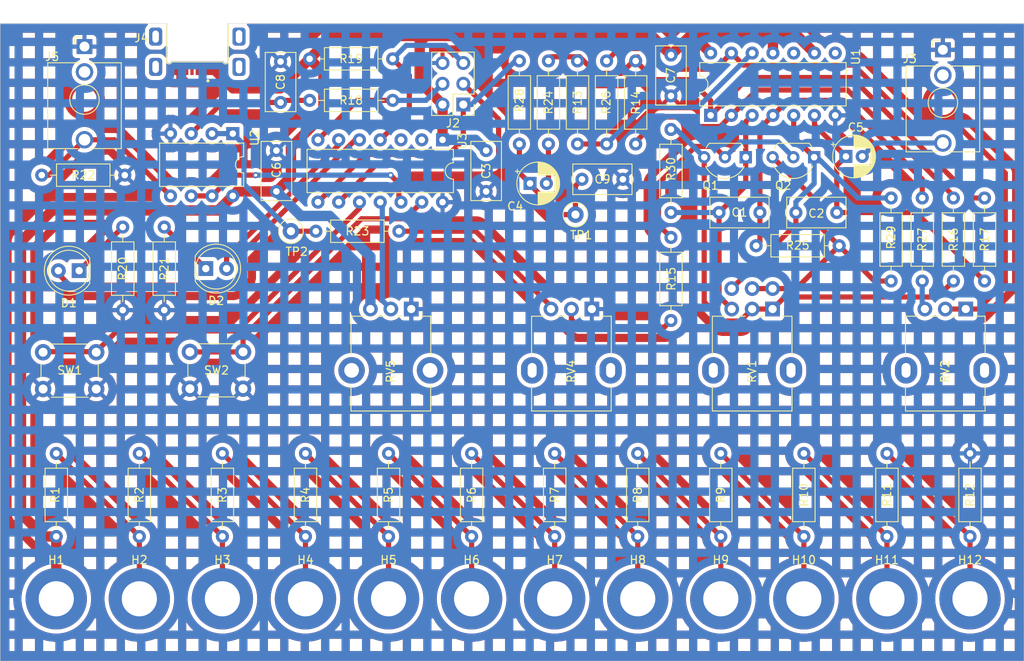
<source format=kicad_pcb>
(kicad_pcb (version 20221018) (generator pcbnew)
  (title_block (date "2023-07-19") (rev "rev02") (comment 2 "creativecommons.org/licenses/by/4.0") (comment 3 "License: CC BY 4.0") (comment 4 "Author: Bristol Communal Modular"))
  (layers (0 "F.Cu" signal) (31 "B.Cu" signal) (36 "B.SilkS" user "B.Silkscreen") (37 "F.SilkS" user "F.Silkscreen") (38 "B.Mask" user) (39 "F.Mask" user) (44 "Edge.Cuts" user))
  (net 0 "")
  (net 1 "Net-(Q1-D)")
  (net 2 "Net-(Q2-S)")
  (net 3 "Net-(Q2-D)")
  (net 4 "Net-(C2-Pad2)")
  (net 5 "VCC")
  (net 6 "GND")
  (net 7 "Net-(C1-Pad2)")
  (net 8 "Net-(C4-Pad2)")
  (net 9 "Net-(C5-Pad2)")
  (net 10 "Net-(D1-K)")
  (net 11 "/MCU_DOUT2")
  (net 12 "Net-(D2-K)")
  (net 13 "/MCU_DOUT1")
  (net 14 "Net-(H2-Pad1)")
  (net 15 "Net-(H3-Pad1)")
  (net 16 "Net-(H4-Pad1)")
  (net 17 "Net-(H5-Pad1)")
  (net 18 "Net-(H6-Pad1)")
  (net 19 "Net-(H7-Pad1)")
  (net 20 "Net-(H8-Pad1)")
  (net 21 "Net-(H9-Pad1)")
  (net 22 "Net-(H10-Pad1)")
  (net 23 "Net-(H11-Pad1)")
  (net 24 "Net-(H12-Pad1)")
  (net 25 "/MCU_SCK")
  (net 26 "/MCU_RESET")
  (net 28 "Net-(U2B-+)")
  (net 30 "Net-(Q1-G)")
  (net 31 "Net-(Q1-S)")
  (net 32 "Net-(R13-Pad2)")
  (net 33 "Net-(C4-Pad1)")
  (net 34 "Net-(R15-Pad1)")
  (net 35 "Net-(U2A-+)")
  (net 36 "/MCU_MOSI")
  (net 37 "/MCU_MISO")
  (net 39 "Net-(U2A--)")
  (net 42 "Net-(R13-Pad1)")
  (net 43 "/MCU_ADC_2")
  (net 44 "/MCU_DIN2")
  (net 45 "/MCU_DIN1")
  (net 48 "/MCU_ADC_1")
  (net 51 "Net-(R14-Pad2)")
  (net 52 "Net-(R23-Pad2)")
  (net 53 "Net-(R26-Pad1)")
  (net 54 "Net-(R27-Pad2)")
  (footprint "MountingHole:MountingHole_4.3mm_M4_DIN965_Pad" (layer "F.Cu") (at 104.14 142.24)
    (fp_text reference "H4")
    (fp_text value "NotePad")
  )
  (footprint "MountingHole:MountingHole_4.3mm_M4_DIN965_Pad" (layer "F.Cu") (at 134.62 142.24)
    (fp_text reference "H7")
    (fp_text value "NotePad")
  )
  (footprint "MountingHole:MountingHole_4.3mm_M4_DIN965_Pad" (layer "F.Cu") (at 83.82 142.24)
    (fp_text reference "H2")
    (fp_text value "NotePad")
  )
  (footprint "Button_Switch_THT:SW_PUSH_6mm" (layer "F.Cu") (at 72.047 112.086)
    (fp_text reference "SW1")
    (fp_text value "SW_Push")
  )
  (footprint "Connector_Audio:Jack_3.5mm_QingPu_WQP-PJ398SM_Vertical_CircularHoles" (layer "F.Cu") (at 77.111007 74.698525)
    (fp_text reference "J5")
    (fp_text value "AudioJack2_SwitchT" hide)
  )
  (footprint "Package_TO_SOT_THT:TO-92L_Inline_Wide" (layer "F.Cu") (at 157.988 88.232 180)
    (fp_text reference "Q1")
    (fp_text value "J113")
  )
  (footprint "Resistor_THT:R_Axial_DIN0207_L6.3mm_D2.5mm_P10.16mm_Horizontal" (layer "F.Cu") (at 159.258 99.06)
    (fp_text reference "R25")
    (fp_text value "1k")
  )
  (footprint "Resistor_THT:R_Axial_DIN0207_L6.3mm_D2.5mm_P10.16mm_Horizontal" (layer "F.Cu") (at 183.388 93.218 -90)
    (fp_text reference "R16")
    (fp_text value "1k")
  )
  (footprint "Capacitor_THT:C_Rect_L7.0mm_W3.5mm_P5.00mm" (layer "F.Cu") (at 126.238 87.416 -90)
    (fp_text reference "C3")
    (fp_text value "100nF")
  )
  (footprint "Resistor_THT:R_Axial_DIN0207_L6.3mm_D2.5mm_P10.16mm_Horizontal" (layer "F.Cu") (at 82.042 90.424 180)
    (fp_text reference "R22")
    (fp_text value "100k")
  )
  (footprint "Resistor_THT:R_Axial_DIN0207_L6.3mm_D2.5mm_P10.16mm_Horizontal" (layer "F.Cu") (at 175.26 134.62 90)
    (fp_text reference "R11")
    (fp_text value "10k")
  )
  (footprint "MountingHole:MountingHole_4.3mm_M4_DIN965_Pad" (layer "F.Cu") (at 144.78 142.24)
    (fp_text reference "H8")
    (fp_text value "NotePad")
  )
  (footprint "LED_THT:LED_D5.0mm" (layer "F.Cu") (at 76.459 102.108 180)
    (fp_text reference "D1")
    (fp_text value "LED")
  )
  (footprint "Resistor_THT:R_Axial_DIN0207_L6.3mm_D2.5mm_P10.16mm_Horizontal" (layer "F.Cu") (at 144.526 76.454 -90)
    (fp_text reference "R14")
    (fp_text value "100k")
  )
  (footprint "Capacitor_THT:CP_Radial_D5.0mm_P2.00mm" (layer "F.Cu") (at 170.240888 88.138)
    (fp_text reference "C5")
    (fp_text value "10uF")
  )
  (footprint "MountingHole:MountingHole_4.3mm_M4_DIN965_Pad" (layer "F.Cu") (at 165.1 142.24)
    (fp_text reference "H10")
    (fp_text value "NotePad")
  )
  (footprint "Resistor_THT:R_Axial_DIN0207_L6.3mm_D2.5mm_P10.16mm_Horizontal" (layer "F.Cu") (at 93.98 134.62 90)
    (fp_text reference "R3")
    (fp_text value "10k")
  )
  (footprint "Resistor_THT:R_Axial_DIN0207_L6.3mm_D2.5mm_P10.16mm_Horizontal" (layer "F.Cu") (at 104.648 76.2)
    (fp_text reference "R19")
    (fp_text value "100k")
  )
  (footprint "MountingHole:MountingHole_4.3mm_M4_DIN965_Pad" (layer "F.Cu") (at 73.66 142.24)
    (fp_text reference "H1")
    (fp_text value "NotePad")
  )
  (footprint "Resistor_THT:R_Axial_DIN0207_L6.3mm_D2.5mm_P10.16mm_Horizontal" (layer "F.Cu") (at 165.1 134.62 90)
    (fp_text reference "R10")
    (fp_text value "10k")
  )
  (footprint "Resistor_THT:R_Axial_DIN0207_L6.3mm_D2.5mm_P10.16mm_Horizontal" (layer "F.Cu") (at 104.648 81.28)
    (fp_text reference "R18")
    (fp_text value "10k")
  )
  (footprint "Capacitor_THT:CP_Radial_D5.0mm_P2.00mm" (layer "F.Cu") (at 131.604 91.44)
    (fp_text reference "C4")
    (fp_text value "10uF")
  )
  (footprint "Resistor_THT:R_Axial_DIN0207_L6.3mm_D2.5mm_P10.16mm_Horizontal" (layer "F.Cu") (at 83.82 134.62 90)
    (fp_text reference "R2")
    (fp_text value "10k")
  )
  (footprint "MountingHole:MountingHole_4.3mm_M4_DIN965_Pad" (layer "F.Cu") (at 114.3 142.24)
    (fp_text reference "H5")
    (fp_text value "NotePad")
  )
  (footprint "Resistor_THT:R_Axial_DIN0207_L6.3mm_D2.5mm_P10.16mm_Horizontal" (layer "F.Cu") (at 185.42 134.62 90)
    (fp_text reference "R12")
    (fp_text value "10k")
  )
  (footprint "Resistor_THT:R_Axial_DIN0207_L6.3mm_D2.5mm_P10.16mm_Horizontal" (layer "F.Cu") (at 86.868 96.774 -90)
    (fp_text reference "R21")
    (fp_text value "2k2")
  )
  (footprint "Resistor_THT:R_Axial_DIN0207_L6.3mm_D2.5mm_P10.16mm_Horizontal" (layer "F.Cu") (at 137.414 86.614 90)
    (fp_text reference "R13")
    (fp_text value "100k")
  )
  (footprint "Button_Switch_THT:SW_PUSH_6mm" (layer "F.Cu") (at 90.006 112.046)
    (fp_text reference "SW2")
    (fp_text value "SW_Push")
  )
  (footprint "Potentiometer_THT:Potentiometer_Alpha_RD901F-40-00D_Single_Vertical_CircularHoles" (layer "F.Cu") (at 117.08 106.8 -90)
    (fp_text reference "RV5")
    (fp_text value "100k")
  )
  (footprint "Resistor_THT:R_Axial_DIN0207_L6.3mm_D2.5mm_P10.16mm_Horizontal" (layer "F.Cu") (at 124.46 134.62 90)
    (fp_text reference "R6")
    (fp_text value "10k")
  )
  (footprint "Capacitor_THT:C_Rect_L7.0mm_W3.5mm_P5.00mm" (layer "F.Cu") (at 148.844 75.732 -90)
    (fp_text reference "C7")
    (fp_text value "100nF")
  )
  (footprint "Connector_Audio:Jack_3.5mm_QingPu_WQP-PJ398SM_Vertical_CircularHoles" (layer "F.Cu") (at 182.104 75.092)
    (fp_text reference "J3")
    (fp_text value "AudioJack2_SwitchT" hide)
  )
  (footprint "Package_DIP:DIP-8_W7.62mm" (layer "F.Cu") (at 95.25 85.344 -90)
    (fp_text reference "U2")
    (fp_text value "MCP602")
  )
  (footprint "Package_DIP:DIP-14_W7.62mm" (layer "F.Cu") (at 120.904 86.106 -90)
    (fp_text reference "U3")
    (fp_text value "ATtiny84V-10P")
  )
  (footprint "Package_TO_SOT_THT:TO-92L_Inline_Wide" (layer "F.Cu") (at 166.356 88.232 180)
    (fp_text reference "Q2")
    (fp_text value "J113")
  )
  (footprint "TestPoint:TestPoint_Loop_D2.50mm_Drill1.0mm_LowProfile" (layer "F.Cu") (at 137.16 95.25)
    (fp_text reference "TP1")
    (fp_text value "OSC Test Point")
  )
  (footprint "Potentiometer_THT:Potentiometer_Alpha_RD902F-40-00D_Dual_Vertical" (layer "F.Cu") (at 161.276 106.8 -90)
    (fp_text reference "RV1")
    (fp_text value "100k")
  )
  (footprint "Resistor_THT:R_Axial_DIN0207_L6.3mm_D2.5mm_P10.16mm_Horizontal" (layer "F.Cu") (at 104.14 134.62 90)
    (fp_text reference "R4")
    (fp_text value "10k")
  )
  (footprint "USBPower:AMPHENOL_10103593-0001LF" (layer "F.Cu") (at 90.912 73.4822 180)
    (fp_text reference "J4")
    (fp_text value "USB_B_Micro")
    (fp_line (start -3.7 1.6) (end -3.7 -3) (stroke (width 0.05)) (layer "Edge.Cuts"))
    (fp_line (start -3.2 -3) (end 3.2 -3) (stroke (width 0.05)) (layer "Edge.Cuts"))
    (fp_line (start 3.7 -3) (end 3.7 1.6) (stroke (width 0.05)) (layer "Edge.Cuts"))
    (fp_arc (start -3.7 -3) (mid -3.45 -3.25) (end -3.2 -3) (stroke (width 0.05)) (layer "Edge.Cuts"))
    (fp_arc (start 3.2 -3) (mid 3.45 -3.25) (end 3.7 -3) (stroke (width 0.05)) (layer "Edge.Cuts"))
  )
  (footprint "Resistor_THT:R_Axial_DIN0207_L6.3mm_D2.5mm_P10.16mm_Horizontal" (layer "F.Cu") (at 134.62 134.62 90)
    (fp_text reference "R7")
    (fp_text value "10k")
  )
  (footprint "MountingHole:MountingHole_4.3mm_M4_DIN965_Pad" (layer "F.Cu") (at 154.94 142.24)
    (fp_text reference "H9")
    (fp_text value "NotePad")
  )
  (footprint "Resistor_THT:R_Axial_DIN0207_L6.3mm_D2.5mm_P10.16mm_Horizontal" (layer "F.Cu") (at 114.3 134.62 90)
    (fp_text reference "R5")
    (fp_text value "10k")
  )
  (footprint "Potentiometer_THT:Potentiometer_Alpha_RD901F-40-00D_Single_Vertical" (layer "F.Cu") (at 184.898 106.8 -90)
    (fp_text reference "RV2")
    (fp_text value "100k")
  )
  (footprint "Resistor_THT:R_Axial_DIN0207_L6.3mm_D2.5mm_P10.16mm_Horizontal" (layer "F.Cu") (at 73.66 134.62 90)
    (fp_text reference "R1")
    (fp_text value "10k")
  )
  (footprint "Resistor_THT:R_Axial_DIN0207_L6.3mm_D2.5mm_P10.16mm_Horizontal" (layer "F.Cu") (at 148.844 108.204 90)
    (fp_text reference "R15")
    (fp_text value "10k")
  )
  (footprint "Resistor_THT:R_Axial_DIN0207_L6.3mm_D2.5mm_P10.16mm_Horizontal" (layer "F.Cu") (at 130.302 86.614 90)
    (fp_text reference "R28")
    (fp_text value "100k")
  )
  (footprint "MountingHole:MountingHole_4.3mm_M4_DIN965_Pad" (layer "F.Cu") (at 175.26 142.24)
    (fp_text reference "H11")
    (fp_text value "NotePad")
  )
  (footprint "Resistor_THT:R_Axial_DIN0207_L6.3mm_D2.5mm_P10.16mm_Horizontal" (layer "F.Cu") (at 105.41 97.282)
    (fp_text reference "R23")
    (fp_text value "100k")
  )
  (footprint "Resistor_THT:R_Axial_DIN0207_L6.3mm_D2.5mm_P10.16mm_Horizontal" (layer "F.Cu") (at 148.844 94.996 90)
    (fp_text reference "R30")
    (fp_text value "100k")
  )
  (footprint "Capacitor_THT:C_Rect_L7.0mm_W3.5mm_P5.00mm" (layer "F.Cu") (at 142.962 90.932 180)
    (fp_text reference "C9")
    (fp_text value "100pF")
  )
  (footprint "Resistor_THT:R_Axial_DIN0207_L6.3mm_D2.5mm_P10.16mm_Horizontal" (layer "F.Cu") (at 175.768 93.218 -90)
    (fp_text reference "R29")
    (fp_text value "100k")
  )
  (footprint "Resistor_THT:R_Axial_DIN0207_L6.3mm_D2.5mm_P10.16mm_Horizontal" (layer "F.Cu") (at 144.78 134.62 90)
    (fp_text reference "R8")
    (fp_text value "10k")
  )
  (footprint "LED_THT:LED_D5.0mm" (layer "F.Cu") (at 91.948 101.854)
    (fp_text reference "D2")
    (fp_text value "LED")
  )
  (footprint "MountingHole:MountingHole_4.3mm_M4_DIN965_Pad" (layer "F.Cu") (at 93.98 142.24)
    (fp_text reference "H3")
    (fp_text value "NotePad")
  )
  (footprint "MountingHole:MountingHole_4.3mm_M4_DIN965_Pad" (layer "F.Cu") (at 185.42 142.24)
    (fp_text reference "H12")
    (fp_text value "NotePad")
  )
  (footprint "Capacitor_THT:C_Rect_L7.0mm_W3.5mm_P5.00mm" (layer "F.Cu") (at 164.124 94.996)
    (fp_text reference "C2")
    (fp_text value "220nF")
  )
  (footprint "Resistor_THT:R_Axial_DIN0207_L6.3mm_D2.5mm_P10.16mm_Horizontal" (layer "F.Cu") (at 187.198 103.378 90)
    (fp_text reference "R17")
    (fp_text value "100k")
  )
  (footprint "TestPoint:TestPoint_Loop_D2.50mm_Drill1.0mm_LowProfile" (layer "F.Cu") (at 102.362 97.282)
    (fp_text reference "TP2")
    (fp_text value "LFO Test Point")
  )
  (footprint "Package_DIP:DIP-14_W7.62mm" (layer "F.Cu") (at 153.696 83.112 90)
    (fp_text reference "U1")
    (fp_text value "4069")
  )
  (footprint "Resistor_THT:R_Axial_DIN0207_L6.3mm_D2.5mm_P10.16mm_Horizontal" (layer "F.Cu") (at 81.788 96.774 -90)
    (fp_text reference "R20")
    (fp_text value "2k2")
  )
  (footprint "MountingHole:MountingHole_4.3mm_M4_DIN965_Pad" (layer "F.Cu") (at 124.46 142.24)
    (fp_text reference "H6")
    (fp_text value "NotePad")
  )
  (footprint "Resistor_THT:R_Axial_DIN0207_L6.3mm_D2.5mm_P10.16mm_Horizontal" (layer "F.Cu") (at 154.94 134.62 90)
    (fp_text reference "R9")
    (fp_text value "10k")
  )
  (footprint "Potentiometer_THT:Potentiometer_Alpha_RD901F-40-00D_Single_Vertical" (layer "F.Cu") (at 139.164 106.8 -90)
    (fp_text reference "RV4")
    (fp_text value "100k")
  )
  (footprint "Capacitor_THT:C_Rect_L7.0mm_W3.5mm_P5.00mm" (layer "F.Cu") (at 100.584 92.416 90)
    (fp_text reference "C6")
    (fp_text value "100nF" hide)
  )
  (footprint "Connector_PinHeader_2.54mm:PinHeader_2x03_P2.54mm_Vertical" (layer "F.Cu") (at 123.444 81.788 180)
    (fp_text reference "J2")
    (fp_text value "AVR-ISP-6")
  )
  (footprint "Resistor_THT:R_Axial_DIN0207_L6.3mm_D2.5mm_P10.16mm_Horizontal" (layer "F.Cu") (at 179.578 93.218 -90)
    (fp_text reference "R27")
    (fp_text value "2k2")
  )
  (footprint "Resistor_THT:R_Axial_DIN0207_L6.3mm_D2.5mm_P10.16mm_Horizontal" (layer "F.Cu") (at 140.97 76.454 -90)
    (fp_text reference "R26")
    (fp_text value "4k7")
  )
  (footprint "Capacitor_THT:C_Rect_L7.0mm_W3.5mm_P5.00mm" (layer "F.Cu") (at 101.092 76.534 -90)
    (fp_text reference "C8")
    (fp_text value "100nF")
  )
  (footprint "Capacitor_THT:C_Rect_L7.0mm_W3.5mm_P5.00mm" (layer "F.Cu") (at 154.726 94.996)
    (fp_text reference "C1")
    (fp_text value "220nF")
  )
  (footprint "Resistor_THT:R_Axial_DIN0207_L6.3mm_D2.5mm_P10.16mm_Horizontal" (layer "F.Cu") (at 133.858 76.454 -90)
    (fp_text reference "R24")
    (fp_text value "100k")
  )
  (gr_line (start 94.612 71.8822) (end 192.024 71.882) (stroke (width 0.05)) (layer "Edge.Cuts"))
  (gr_line (start 87.212 71.8822) (end 66.802 71.882) (stroke (width 0.05)) (layer "Edge.Cuts"))
  (gr_line (start 66.802 149.86) (end 66.802 71.882) (stroke (width 0.05)) (layer "Edge.Cuts"))
  (gr_line (start 192.024 71.882) (end 192.024 149.86) (stroke (width 0.05)) (layer "Edge.Cuts"))
  (gr_line (start 192.024 149.86) (end 66.802 149.86) (stroke (width 0.05)) (layer "Edge.Cuts"))
  (segment (start 157.988 83.9) (end 157.988 88.232) (width 0.635) (layer "F.Cu") (net 1))
  (segment (start 154.726 105.25) (end 156.276 106.8) (width 0.635) (layer "F.Cu") (net 1))
  (segment (start 158.776 83.112) (end 157.988 83.9) (width 0.635) (layer "F.Cu") (net 1))
  (segment (start 154.726 94.996) (end 154.726 105.25) (width 0.635) (layer "F.Cu") (net 1))
  (segment (start 157.988 88.232) (end 157.988 91.734) (width 0.635) (layer "F.Cu") (net 1))
  (segment (start 157.988 91.734) (end 154.726 94.996) (width 0.635) (layer "F.Cu") (net 1))
  (segment (start 148.844 94.996) (end 154.726 94.996) (width 0.635) (layer "B.Cu") (net 1))
  (segment (start 164.178 104.3) (end 169.418 99.06) (width 0.635) (layer "F.Cu") (net 2))
  (segment (start 166.37 93.326) (end 166.37 96.012) (width 0.635) (layer "F.Cu") (net 2))
  (segment (start 175.768 103.378) (end 173.736 103.378) (width 0.635) (layer "F.Cu") (net 2))
  (segment (start 166.37 96.012) (end 169.418 99.06) (width 0.635) (layer "F.Cu") (net 2))
  (segment (start 161.276 88.232) (end 166.37 93.326) (width 0.635) (layer "F.Cu") (net 2))
  (segment (start 173.736 103.378) (end 169.418 99.06) (width 0.635) (layer "F.Cu") (net 2))
  (segment (start 158.776 104.3) (end 161.276 104.3) (width 0.635) (layer "F.Cu") (net 2))
  (segment (start 161.276 104.3) (end 164.178 104.3) (width 0.635) (layer "F.Cu") (net 2))
  (segment (start 163.856 83.112) (end 163.856 85.732) (width 0.635) (layer "F.Cu") (net 3))
  (segment (start 156.276 104.3) (end 164.124 96.452) (width 0.635) (layer "F.Cu") (net 3))
  (segment (start 163.856 85.732) (end 166.356 88.232) (width 0.635) (layer "F.Cu") (net 3))
  (segment (start 164.124 96.452) (end 164.124 94.996) (width 0.635) (layer "F.Cu") (net 3))
  (segment (start 166.356 91.454) (end 164.124 93.686) (width 0.635) (layer "B.Cu") (net 3))
  (segment (start 166.356 88.232) (end 166.356 91.454) (width 0.635) (layer "B.Cu") (net 3))
  (segment (start 166.356 88.232) (end 166.718 88.232) (width 0.635) (layer "B.Cu") (net 3))
  (segment (start 171.704 93.218) (end 175.768 93.218) (width 0.635) (layer "B.Cu") (net 3))
  (segment (start 166.718 88.232) (end 171.704 93.218) (width 0.635) (layer "B.Cu") (net 3))
  (segment (start 164.124 93.686) (end 164.124 94.996) (width 0.635) (layer "B.Cu") (net 3))
  (segment (start 166.396 84.293112) (end 170.240888 88.138) (width 0.635) (layer "F.Cu") (net 4))
  (segment (start 169.124 94.996) (end 178.816 94.996) (width 0.635) (layer "F.Cu") (net 4))
  (segment (start 169.124 94.996) (end 169.124 89.254888) (width 0.635) (layer "F.Cu") (net 4))
  (segment (start 178.816 94.996) (end 187.198 103.378) (width 0.635) (layer "F.Cu") (net 4))
  (segment (start 166.396 83.112) (end 166.396 84.293112) (width 0.635) (layer "F.Cu") (net 4))
  (segment (start 169.124 89.254888) (end 170.240888 88.138) (width 0.635) (layer "F.Cu") (net 4))
  (segment (start 120.904 81.788) (end 118.11 78.994) (width 1.27) (layer "F.Cu") (net 5))
  (segment (start 95.25 92.964) (end 93.472 94.742) (width 1.27) (layer "F.Cu") (net 5))
  (segment (start 161.316 73.888) (end 161.316 75.492) (width 1.27) (layer "F.Cu") (net 5))
  (segment (start 104.648 76.2) (end 107.442 73.406) (width 1.27) (layer "F.Cu") (net 5))
  (segment (start 161.798 73.406) (end 164.31 73.406) (width 1.27) (layer "F.Cu") (net 5))
  (segment (start 101.0412 79.8068) (end 95.2866 79.8068) (width 1.27) (layer "F.Cu") (net 5))
  (segment (start 104.648 76.2) (end 101.0412 79.8068) (width 1.27) (layer "F.Cu") (net 5))
  (segment (start 93.472 94.742) (end 73.152 94.742) (width 1.27) (layer "F.Cu") (net 5))
  (segment (start 151.17 73.406) (end 151.638 73.406) (width 1.27) (layer "F.Cu") (net 5))
  (segment (start 161.798 73.406) (end 161.316 73.888) (width 1.27) (layer "F.Cu") (net 5))
  (segment (start 104.648 76.2) (end 106.337 77.889) (width 1.27) (layer "F.Cu") (net 5))
  (segment (start 102.362 90.638) (end 100.584 92.416) (width 1.27) (layer "F.Cu") (net 5))
  (segment (start 151.638 73.406) (end 161.798 73.406) (width 1.27) (layer "F.Cu") (net 5))
  (segment (start 118.872 73.406) (end 107.442 73.406) (width 1.27) (layer "F.Cu") (net 5))
  (segment (start 95.2866 79.8068) (end 92.912 77.4322) (width 1.27) (layer "F.Cu") (net 5))
  (segment (start 148.844 75.732) (end 151.17 73.406) (width 1.27) (layer "F.Cu") (net 5))
  (segment (start 73.66 134.62) (end 73.66 142.24) (width 1.27) (layer "F.Cu") (net 5))
  (segment (start 102.362 87.019393) (end 102.362 90.638) (width 1.27) (layer "F.Cu") (net 5))
  (segment (start 100.584 92.416) (end 95.798 92.416) (width 1.27) (layer "F.Cu") (net 5))
  (segment (start 120.904 81.788) (end 120.904 86.106) (width 1.27) (layer "F.Cu") (net 5))
  (segment (start 164.31 73.406) (end 166.396 75.492) (width 1.27) (layer "F.Cu") (net 5))
  (segment (start 106.337 77.889) (end 106.337 83.044393) (width 1.27) (layer "F.Cu") (net 5))
  (segment (start 118.872 73.406) (end 146.518 73.406) (width 1.27) (layer "F.Cu") (net 5))
  (segment (start 72.136 134.62) (end 73.66 134.62) (width 1.27) (layer "F.Cu") (net 5))
  (segment (start 153.696 75.492) (end 151.638 73.434) (width 1.27) (layer "F.Cu") (net 5))
  (segment (start 146.518 73.406) (end 148.844 75.732) (width 1.27) (layer "F.Cu") (net 5))
  (segment (start 106.337 83.044393) (end 102.362 87.019393) (width 1.27) (layer "F.Cu") (net 5))
  (segment (start 73.152 94.742) (end 69.342 98.552) (width 1.27) (layer "F.Cu") (net 5))
  (segment (start 151.638 73.434) (end 151.638 73.406) (width 1.27) (layer "F.Cu") (net 5))
  (segment (start 118.11 74.168) (end 118.872 73.406) (width 1.27) (layer "F.Cu") (net 5))
  (segment (start 95.798 92.416) (end 95.25 92.964) (width 1.27) (layer "F.Cu") (net 5))
  (segment (start 69.342 98.552) (end 69.342 131.826) (width 1.27) (layer "F.Cu") (net 5))
  (segment (start 118.11 78.994) (end 118.11 74.168) (width 1.27) (layer "F.Cu") (net 5))
  (segment (start 69.342 131.826) (end 72.136 134.62) (width 1.27) (layer "F.Cu") (net 5))
  (segment (start 112.08 100.396) (end 112.08 106.8) (width 1.27) (layer "B.Cu") (net 5))
  (segment (start 100.584 92.416) (end 103.583 95.415) (width 1.27) (layer "B.Cu") (net 5))
  (segment (start 107.099 95.415) (end 112.08 100.396) (width 1.27) (layer "B.Cu") (net 5))
  (segment (start 103.583 95.415) (end 107.099 95.415) (width 1.27) (layer "B.Cu") (net 5))
  (segment (start 120.904 86.106) (end 124.928 86.106) (width 1.27) (layer "B.Cu") (net 5))
  (segment (start 124.928 86.106) (end 126.238 87.416) (width 1.27) (layer "B.Cu") (net 5))
  (segment (start 179.578 93.218) (end 179.578 90.932) (width 0.635) (layer "F.Cu") (net 7))
  (segment (start 159.726 84.702) (end 161.316 83.112) (width 0.635) (layer "F.Cu") (net 7))
  (segment (start 169.926 81.28) (end 163.148 81.28) (width 0.635) (layer "F.Cu") (net 7))
  (segment (start 159.726 94.996) (end 159.726 98.592) (width 0.635) (layer "F.Cu") (net 7))
  (segment (start 163.148 81.28) (end 161.316 83.112) (width 0.635) (layer "F.Cu") (net 7))
  (segment (start 179.578 90.932) (end 169.926 81.28) (width 0.635) (layer "F.Cu") (net 7))
  (segment (start 159.726 94.996) (end 159.726 84.702) (width 0.635) (layer "F.Cu") (net 7))
  (segment (start 159.726 98.592) (end 159.258 99.06) (width 0.635) (layer "F.Cu") (net 7))
  (segment (start 133.858 86.614) (end 133.858 91.186) (width 0.635) (layer "F.Cu") (net 8))
  (segment (start 133.858 91.186) (end 133.604 91.44) (width 0.635) (layer "F.Cu") (net 8))
  (segment (start 182.104 86.492) (end 173.886888 86.492) (width 0.635) (layer "B.Cu") (net 9))
  (segment (start 173.886888 86.492) (end 172.240888 88.138) (width 0.635) (layer "B.Cu") (net 9))
  (segment (start 81.788 96.774) (end 76.459 102.103) (width 0.635) (layer "F.Cu") (net 10))
  (segment (start 76.459 102.103) (end 76.459 102.108) (width 0.635) (layer "F.Cu") (net 10))
  (segment (start 75.294 103.886) (end 95.25 103.886) (width 0.635) (layer "F.Cu") (net 11))
  (segment (start 73.919 102.511) (end 75.294 103.886) (width 0.635) (layer "F.Cu") (net 11))
  (segment (start 110.236 86.106) (end 110.744 86.106) (width 0.635) (layer "F.Cu") (net 11))
  (segment (start 96.266 100.076) (end 110.236 86.106) (width 0.635) (layer "F.Cu") (net 11))
  (segment (start 95.25 103.886) (end 96.266 102.87) (width 0.635) (layer "F.Cu") (net 11))
  (segment (start 96.266 102.87) (end 96.266 100.076) (width 0.635) (layer "F.Cu") (net 11))
  (segment (start 86.868 96.774) (end 91.948 101.854) (width 0.635) (layer "F.Cu") (net 12))
  (segment (start 94.488 100.451594) (end 94.488 101.854) (width 0.635) (layer "F.Cu") (net 13))
  (segment (start 108.204 86.106) (end 108.204 86.735594) (width 0.635) (layer "F.Cu") (net 13))
  (segment (start 108.204 86.735594) (end 94.488 100.451594) (width 0.635) (layer "F.Cu") (net 13))
  (segment (start 83.82 134.62) (end 83.82 142.24) (width 0.635) (layer "F.Cu") (net 14))
  (segment (start 73.66 124.46) (end 83.82 134.62) (width 0.635) (layer "F.Cu") (net 14))
  (segment (start 93.98 134.62) (end 93.98 142.24) (width 0.635) (layer "F.Cu") (net 15))
  (segment (start 83.82 124.46) (end 93.98 134.62) (width 0.635) (layer "F.Cu") (net 15))
  (segment (start 93.98 124.46) (end 104.14 134.62) (width 0.635) (layer "F.Cu") (net 16))
  (segment (start 104.14 134.62) (end 104.14 142.24) (width 0.635) (layer "F.Cu") (net 16))
  (segment (start 104.14 124.46) (end 114.3 134.62) (width 0.635) (layer "F.Cu") (net 17))
  (segment (start 114.3 134.62) (end 114.3 142.24) (width 0.635) (layer "F.Cu") (net 17))
  (segment (start 124.46 134.62) (end 124.46 142.24) (width 0.635) (layer "F.Cu") (net 18))
  (segment (start 114.3 124.46) (end 124.46 134.62) (width 0.635) (layer "F.Cu") (net 18))
  (segment (start 124.46 124.46) (end 134.62 134.62) (width 0.635) (layer "F.Cu") (net 19))
  (segment (start 134.62 134.62) (end 134.62 142.24) (width 0.635) (layer "F.Cu") (net 19))
  (segment (start 144.78 134.62) (end 144.78 142.24) (width 0.635) (layer "F.Cu") (net 20))
  (segment (start 134.62 124.46) (end 144.78 134.62) (width 0.635) (layer "F.Cu") (net 20))
  (segment (start 154.94 134.62) (end 154.94 142.24) (width 0.635) (layer "F.Cu") (net 21))
  (segment (start 144.78 124.46) (end 154.94 134.62) (width 0.635) (layer "F.Cu") (net 21))
  (segment (start 165.1 134.62) (end 165.1 142.24) (width 0.635) (layer "F.Cu") (net 22))
  (segment (start 154.94 124.46) (end 165.1 134.62) (width 0.635) (layer "F.Cu") (net 22))
  (segment (start 175.26 134.62) (end 175.26 142.24) (width 0.635) (layer "F.Cu") (net 23))
  (segment (start 165.1 124.46) (end 175.26 134.62) (width 0.635) (layer "F.Cu") (net 23))
  (segment (start 175.26 124.46) (end 185.42 134.62) (width 0.635) (layer "F.Cu") (net 24))
  (segment (start 185.42 134.62) (end 185.42 142.24) (width 0.635) (layer "F.Cu") (net 24))
  (segment (start 127.762 83.566) (end 123.444 79.248) (width 0.635) (layer "F.Cu") (net 25))
  (segment (start 108.204 93.726) (end 112.776 89.154) (width 0.635) (layer "F.Cu") (net 25))
  (segment (start 127.762 88.392) (end 127.762 83.566) (width 0.635) (layer "F.Cu") (net 25))
  (segment (start 127 89.154) (end 127.762 88.392) (width 0.635) (layer "F.Cu") (net 25))
  (segment (start 112.776 89.154) (end 127 89.154) (width 0.635) (layer "F.Cu") (net 25))
  (segment (start 114.808 76.2) (end 116.84 78.232) (width 0.635) (layer "F.Cu") (net 26))
  (segment (start 116.84 78.232) (end 116.84 82.55) (width 0.635) (layer "F.Cu") (net 26))
  (segment (start 116.84 82.55) (end 113.284 86.106) (width 0.635) (layer "F.Cu") (net 26))
  (segment (start 123.444 76.708) (end 121.285 74.549) (width 0.635) (layer "B.Cu") (net 26))
  (segment (start 116.459 74.549) (end 114.808 76.2) (width 0.635) (layer "B.Cu") (net 26))
  (segment (start 121.285 74.549) (end 116.459 74.549) (width 0.635) (layer "B.Cu") (net 26))
  (segment (start 80.764525 86.098525) (end 77.111007 86.098525) (width 0.635) (layer "F.Cu") (net 28))
  (segment (start 77.111007 86.098525) (end 72.785532 90.424) (width 0.635) (layer "F.Cu") (net 28))
  (segment (start 72.785532 90.424) (end 71.882 90.424) (width 0.635) (layer "F.Cu") (net 28))
  (segment (start 87.63 92.964) (end 80.764525 86.098525) (width 0.635) (layer "F.Cu") (net 28))
  (segment (start 147.32 91.44) (end 147.32 96.52) (width 0.635) (layer "F.Cu") (net 30))
  (segment (start 155.448 88.232) (end 154.1265 86.9105) (width 0.635) (layer "F.Cu") (net 30))
  (segment (start 147.32 96.52) (end 148.844 98.044) (width 0.635) (layer "F.Cu") (net 30))
  (segment (start 154.1265 86.9105) (end 151.8495 86.9105) (width 0.635) (layer "F.Cu") (net 30))
  (segment (start 151.8495 86.9105) (end 147.32 91.44) (width 0.635) (layer "F.Cu") (net 30))
  (segment (start 163.816 88.232) (end 161.944 86.36) (width 0.635) (layer "B.Cu") (net 30))
  (segment (start 157.32 86.36) (end 155.448 88.232) (width 0.635) (layer "B.Cu") (net 30))
  (segment (start 161.944 86.36) (end 157.32 86.36) (width 0.635) (layer "B.Cu") (net 30))
  (segment (start 157.3045 108.2715) (end 155.2615 108.2715) (width 0.635) (layer "F.Cu") (net 31))
  (segment (start 183.388 103.378) (end 181.4375 105.3285) (width 0.635) (layer "F.Cu") (net 31))
  (segment (start 155.2615 108.2715) (end 152.908 105.918) (width 0.635) (layer "F.Cu") (net 31))
  (segment (start 162.7475 105.3285) (end 161.276 106.8) (width 0.635) (layer "F.Cu") (net 31))
  (segment (start 181.4375 105.3285) (end 162.7475 105.3285) (width 0.635) (layer "F.Cu") (net 31))
  (segment (start 152.908 105.918) (end 152.908 88.232) (width 0.635) (layer "F.Cu") (net 31))
  (segment (start 158.776 106.8) (end 157.3045 108.2715) (width 0.635) (layer "F.Cu") (net 31))
  (segment (start 161.276 106.8) (end 158.776 106.8) (width 0.635) (layer "F.Cu") (net 31))
  (segment (start 149.512 84.836) (end 152.908 88.232) (width 0.635) (layer "B.Cu") (net 31))
  (segment (start 148.844 84.836) (end 149.512 84.836) (width 0.635) (layer "B.Cu") (net 31))
  (segment (start 170.942 78.486) (end 158.322 78.486) (width 0.635) (layer "F.Cu") (net 32))
  (segment (start 153.696 83.112) (end 153.696 81.306) (width 0.635) (layer "F.Cu") (net 32))
  (segment (start 187.198 93.218) (end 185.674 93.218) (width 0.635) (layer "F.Cu") (net 32))
  (segment (start 153.696 81.306) (end 151.13 78.74) (width 0.635) (layer "F.Cu") (net 32))
  (segment (start 146.812 78.74) (end 144.526 76.454) (width 0.635) (layer "F.Cu") (net 32))
  (segment (start 185.674 93.218) (end 170.942 78.486) (width 0.635) (layer "F.Cu") (net 32))
  (segment (start 139.7 77.978) (end 142.748 77.978) (width 0.635) (layer "F.Cu") (net 32))
  (segment (start 134.112 75.946) (end 137.668 75.946) (width 0.635) (layer "F.Cu") (net 32))
  (segment (start 158.322 78.486) (end 153.696 83.112) (width 0.635) (layer "F.Cu") (net 32))
  (segment (start 151.13 78.74) (end 146.812 78.74) (width 0.635) (layer "F.Cu") (net 32))
  (segment (start 142.748 77.978) (end 144.78 75.946) (width 0.635) (layer "F.Cu") (net 32))
  (segment (start 137.668 75.946) (end 139.7 77.978) (width 0.635) (layer "F.Cu") (net 32))
  (segment (start 130.302 86.106) (end 130.302 90.138) (width 0.635) (layer "F.Cu") (net 33))
  (segment (start 137.16 95.25) (end 137.16 91.734) (width 0.635) (layer "F.Cu") (net 33))
  (segment (start 135.271 95.25) (end 137.16 95.25) (width 0.635) (layer "F.Cu") (net 33))
  (segment (start 137.16 91.734) (end 137.962 90.932) (width 0.635) (layer "F.Cu") (net 33))
  (segment (start 131.604 91.583) (end 135.271 95.25) (width 0.635) (layer "F.Cu") (net 33))
  (segment (start 131.604 91.44) (end 131.604 91.583) (width 0.635) (layer "F.Cu") (net 33))
  (segment (start 130.302 90.138) (end 131.604 91.44) (width 0.635) (layer "F.Cu") (net 33))
  (segment (start 148.044001 109.003999) (end 148.844 108.204) (width 0.635) (layer "F.Cu") (net 34))
  (segment (start 137.595207 109.003999) (end 148.044001 109.003999) (width 0.635) (layer "F.Cu") (net 34))
  (segment (start 136.664 108.072792) (end 137.595207 109.003999) (width 0.635) (layer "F.Cu") (net 34))
  (segment (start 136.664 106.8) (end 136.664 108.072792) (width 0.635) (layer "F.Cu") (net 34))
  (segment (start 104.648 81.28) (end 101.346 81.28) (width 0.635) (layer "F.Cu") (net 35))
  (segment (start 101.092 81.534) (end 93.98 81.534) (width 0.635) (layer "F.Cu") (net 35))
  (segment (start 101.346 81.28) (end 101.092 81.534) (width 0.635) (layer "F.Cu") (net 35))
  (segment (start 93.98 81.534) (end 90.17 85.344) (width 0.635) (layer "F.Cu") (net 35))
  (segment (start 114.808 81.28) (end 110.49 81.28) (width 0.635) (layer "F.Cu") (net 36))
  (segment (start 110.49 81.28) (end 105.664 86.106) (width 0.635) (layer "F.Cu") (net 36))
  (segment (start 114.808 81.28) (end 118.872 81.28) (width 0.635) (layer "B.Cu") (net 36))
  (segment (start 118.872 81.28) (end 120.904 79.248) (width 0.635) (layer "B.Cu") (net 36))
  (segment (start 105.664 93.726) (end 111.506 87.884) (width 0.635) (layer "F.Cu") (net 37))
  (segment (start 111.506 87.884) (end 121.666 87.884) (width 0.635) (layer "F.Cu") (net 37))
  (segment (start 123.444 86.106) (end 123.444 81.788) (width 0.635) (layer "F.Cu") (net 37))
  (segment (start 121.666 87.884) (end 123.444 86.106) (width 0.635) (layer "F.Cu") (net 37))
  (segment (start 124.46 81.788) (end 130.302 75.946) (width 0.635) (layer "B.Cu") (net 37))
  (segment (start 123.444 81.788) (end 124.46 81.788) (width 0.635) (layer "B.Cu") (net 37))
  (segment (start 105.41 97.282) (end 102.362 97.282) (width 0.635) (layer "F.Cu") (net 39))
  (segment (start 96.6215 86.7155) (end 96.6215 91.5415) (width 0.635) (layer "B.Cu") (net 39))
  (segment (start 95.25 85.344) (end 96.6215 86.7155) (width 0.635) (layer "B.Cu") (net 39))
  (segment (start 95.25 85.344) (end 92.71 85.344) (width 0.635) (layer "B.Cu") (net 39))
  (segment (start 96.6215 91.5415) (end 102.362 97.282) (width 0.635) (layer "B.Cu") (net 39))
  (segment (start 137.414 86.614) (end 140.97 86.614) (width 0.635) (layer "F.Cu") (net 42))
  (segment (start 140.97 86.614) (end 145.542 82.042) (width 0.635) (layer "B.Cu") (net 42))
  (segment (start 148.214406 82.042) (end 148.275906 82.1035) (width 0.635) (layer "B.Cu") (net 42))
  (segment (start 145.542 82.042) (end 148.214406 82.042) (width 0.635) (layer "B.Cu") (net 42))
  (segment (start 148.275906 82.1035) (end 152.1645 82.1035) (width 0.635) (layer "B.Cu") (net 42))
  (segment (start 152.1645 82.1035) (end 158.776 75.492) (width 0.635) (layer "B.Cu") (net 42))
  (segment (start 113.538 105.758) (end 114.58 106.8) (width 0.635) (layer "B.Cu") (net 43))
  (segment (start 113.538 93.98) (end 113.538 105.758) (width 0.635) (layer "B.Cu") (net 43))
  (segment (start 113.284 93.726) (end 113.538 93.98) (width 0.635) (layer "B.Cu") (net 43))
  (segment (start 78.547 112.02) (end 81.093 109.474) (width 0.635) (layer "F.Cu") (net 44))
  (segment (start 72.047 112.02) (end 78.547 112.02) (width 0.635) (layer "F.Cu") (net 44))
  (segment (start 110.744 94.488) (end 110.744 93.726) (width 0.635) (layer "F.Cu") (net 44))
  (segment (start 95.758 109.474) (end 110.744 94.488) (width 0.635) (layer "F.Cu") (net 44))
  (segment (start 81.093 109.474) (end 95.758 109.474) (width 0.635) (layer "F.Cu") (net 44))
  (segment (start 90.006 112.046) (end 96.506 112.046) (width 0.635) (layer "F.Cu") (net 45))
  (segment (start 96.506 110.25) (end 96.506 112.046) (width 0.635) (layer "F.Cu") (net 45))
  (segment (start 118.364 93.726) (end 116.332 95.758) (width 0.635) (layer "F.Cu") (net 45))
  (segment (start 116.332 95.758) (end 110.998 95.758) (width 0.635) (layer "F.Cu") (net 45))
  (segment (start 110.998 95.758) (end 96.506 110.25) (width 0.635) (layer "F.Cu") (net 45))
  (segment (start 115.57 91.44) (end 115.57 93.472) (width 0.635) (layer "F.Cu") (net 48))
  (segment (start 98.044 90.424) (end 95.25 90.424) (width 0.635) (layer "F.Cu") (net 48))
  (segment (start 90.17 92.964) (end 92.71 92.964) (width 0.635) (layer "F.Cu") (net 48))
  (segment (start 95.25 90.424) (end 92.71 92.964) (width 0.635) (layer "F.Cu") (net 48))
  (segment (start 114.554 90.424) (end 115.57 91.44) (width 0.635) (layer "F.Cu") (net 48))
  (via (at 98.044 90.424) (size 0.762) (drill 0.381) (layers "F.Cu" "B.Cu") (net 48))
  (via (at 114.554 90.424) (size 0.762) (drill 0.381) (layers "F.Cu" "B.Cu") (net 48))
  (segment (start 98.044 90.424) (end 114.554 90.424) (width 0.635) (layer "B.Cu") (net 48))
  (segment (start 154.8645 84.4835) (end 152.3245 84.4835) (width 0.635) (layer "F.Cu") (net 51))
  (segment (start 152.3245 84.4835) (end 151.153 83.312) (width 0.635) (layer "F.Cu") (net 51))
  (segment (start 183.388 93.218) (end 183.388 92.964) (width 0.635) (layer "F.Cu") (net 51))
  (segment (start 147.574 83.312) (end 144.526 86.36) (width 0.635) (layer "F.Cu") (net 51))
  (segment (start 156.236 83.112) (end 154.8645 84.4835) (width 0.635) (layer "F.Cu") (net 51))
  (segment (start 183.388 92.964) (end 170.434 80.01) (width 0.635) (layer "F.Cu") (net 51))
  (segment (start 151.153 83.312) (end 147.574 83.312) (width 0.635) (layer "F.Cu") (net 51))
  (segment (start 144.526 86.36) (end 144.526 86.614) (width 0.635) (layer "F.Cu") (net 51))
  (segment (start 159.338 80.01) (end 156.236 83.112) (width 0.635) (layer "F.Cu") (net 51))
  (segment (start 170.434 80.01) (end 159.338 80.01) (width 0.635) (layer "F.Cu") (net 51))
  (segment (start 124.968 97.282) (end 115.57 97.282) (width 0.635) (layer "F.Cu") (net 52))
  (segment (start 134.164 106.8) (end 134.164 106.478) (width 0.635) (layer "F.Cu") (net 52))
  (segment (start 134.164 106.478) (end 124.968 97.282) (width 0.635) (layer "F.Cu") (net 52))
  (segment (start 156.236 75.492) (end 157.706 76.962) (width 0.635) (layer "F.Cu") (net 53))
  (segment (start 184.898 106.8) (end 182.398 106.8) (width 0.635) (layer "F.Cu") (net 53))
  (segment (start 157.706 76.962) (end 171.196 76.962) (width 0.635) (layer "F.Cu") (net 53))
  (segment (start 189.738 90.17) (end 189.738 103.495) (width 0.635) (layer "F.Cu") (net 53))
  (segment (start 147.828 77.47) (end 154.258 77.47) (width 0.635) (layer "F.Cu") (net 53))
  (segment (start 140.97 76.454) (end 142.494 74.93) (width 0.635) (layer "F.Cu") (net 53))
  (segment (start 154.258 77.47) (end 156.236 75.492) (width 0.635) (layer "F.Cu") (net 53))
  (segment (start 186.433 106.8) (end 184.898 106.8) (width 0.635) (layer "F.Cu") (net 53))
  (segment (start 142.494 74.93) (end 145.288 74.93) (width 0.635) (layer "F.Cu") (net 53))
  (segment (start 145.288 74.93) (end 147.828 77.47) (width 0.635) (layer "F.Cu") (net 53))
  (segment (start 189.738 103.495) (end 186.433 106.8) (width 0.635) (layer "F.Cu") (net 53))
  (segment (start 178.816 84.582) (end 184.15 84.582) (width 0.635) (layer "F.Cu") (net 53))
  (segment (start 171.196 76.962) (end 178.816 84.582) (width 0.635) (layer "F.Cu") (net 53))
  (segment (start 184.15 84.582) (end 189.738 90.17) (width 0.635) (layer "F.Cu") (net 53))
  (segment (start 179.578 106.48) (end 179.898 106.8) (width 0.635) (layer "B.Cu") (net 54))
  (segment (start 179.578 103.378) (end 179.578 106.48) (width 0.635) (layer "B.Cu") (net 54))
  (zone (net 6) (net_name "GND") (layers "F&B.Cu") (connect_pads (clearance 0.508)) (min_thickness 0.25) (fill yes (mode hatch) (thermal_gap 0.5) (thermal_bridge_width 0.5) (hatch_thickness 1) (hatch_gap 1.5) (hatch_orientation 0) (hatch_border_algorithm hatch_thickness) (hatch_min_hole_area 0.3))
    (polygon (pts (xy 66.802 71.882) (xy 192.024 71.882) (xy 192.024 149.86) (xy 66.802 149.86)))
  )
)
</source>
